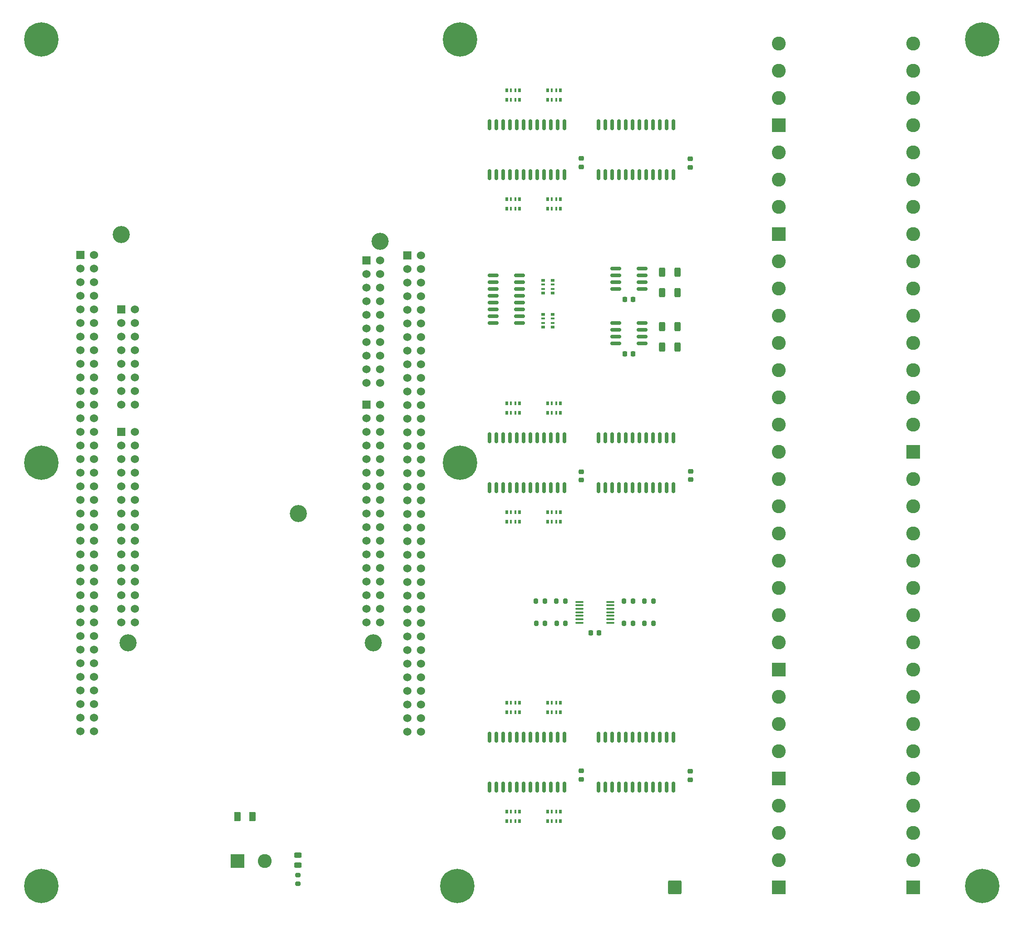
<source format=gbr>
%TF.GenerationSoftware,KiCad,Pcbnew,(5.99.0-10483-ga6ad7a4a70)*%
%TF.CreationDate,2021-07-25T01:23:19+03:00*%
%TF.ProjectId,stim,7374696d-2e6b-4696-9361-645f70636258,rev?*%
%TF.SameCoordinates,Original*%
%TF.FileFunction,Soldermask,Top*%
%TF.FilePolarity,Negative*%
%FSLAX46Y46*%
G04 Gerber Fmt 4.6, Leading zero omitted, Abs format (unit mm)*
G04 Created by KiCad (PCBNEW (5.99.0-10483-ga6ad7a4a70)) date 2021-07-25 01:23:19*
%MOMM*%
%LPD*%
G01*
G04 APERTURE LIST*
G04 Aperture macros list*
%AMRoundRect*
0 Rectangle with rounded corners*
0 $1 Rounding radius*
0 $2 $3 $4 $5 $6 $7 $8 $9 X,Y pos of 4 corners*
0 Add a 4 corners polygon primitive as box body*
4,1,4,$2,$3,$4,$5,$6,$7,$8,$9,$2,$3,0*
0 Add four circle primitives for the rounded corners*
1,1,$1+$1,$2,$3*
1,1,$1+$1,$4,$5*
1,1,$1+$1,$6,$7*
1,1,$1+$1,$8,$9*
0 Add four rect primitives between the rounded corners*
20,1,$1+$1,$2,$3,$4,$5,0*
20,1,$1+$1,$4,$5,$6,$7,0*
20,1,$1+$1,$6,$7,$8,$9,0*
20,1,$1+$1,$8,$9,$2,$3,0*%
G04 Aperture macros list end*
%ADD10C,0.800000*%
%ADD11C,6.400000*%
%ADD12R,2.600000X2.600000*%
%ADD13C,2.600000*%
%ADD14RoundRect,0.243750X0.456250X-0.243750X0.456250X0.243750X-0.456250X0.243750X-0.456250X-0.243750X0*%
%ADD15RoundRect,0.250000X0.312500X0.625000X-0.312500X0.625000X-0.312500X-0.625000X0.312500X-0.625000X0*%
%ADD16R,0.500000X0.800000*%
%ADD17R,0.400000X0.800000*%
%ADD18RoundRect,0.200000X-0.200000X-0.275000X0.200000X-0.275000X0.200000X0.275000X-0.200000X0.275000X0*%
%ADD19RoundRect,0.225000X0.225000X0.250000X-0.225000X0.250000X-0.225000X-0.250000X0.225000X-0.250000X0*%
%ADD20RoundRect,0.100000X-0.637500X-0.100000X0.637500X-0.100000X0.637500X0.100000X-0.637500X0.100000X0*%
%ADD21RoundRect,0.250000X0.375000X0.625000X-0.375000X0.625000X-0.375000X-0.625000X0.375000X-0.625000X0*%
%ADD22RoundRect,0.200000X0.200000X0.275000X-0.200000X0.275000X-0.200000X-0.275000X0.200000X-0.275000X0*%
%ADD23RoundRect,0.225000X-0.250000X0.225000X-0.250000X-0.225000X0.250000X-0.225000X0.250000X0.225000X0*%
%ADD24RoundRect,0.150000X-0.150000X0.875000X-0.150000X-0.875000X0.150000X-0.875000X0.150000X0.875000X0*%
%ADD25RoundRect,0.200000X0.275000X-0.200000X0.275000X0.200000X-0.275000X0.200000X-0.275000X-0.200000X0*%
%ADD26R,0.800000X0.500000*%
%ADD27R,0.800000X0.400000*%
%ADD28R,1.530000X1.530000*%
%ADD29C,1.530000*%
%ADD30C,3.200000*%
%ADD31RoundRect,0.150000X-0.825000X-0.150000X0.825000X-0.150000X0.825000X0.150000X-0.825000X0.150000X0*%
%ADD32RoundRect,0.249999X-1.025001X-1.025001X1.025001X-1.025001X1.025001X1.025001X-1.025001X1.025001X0*%
G04 APERTURE END LIST*
D10*
%TO.C,J12*%
X208000000Y-206100000D03*
X206302944Y-206802944D03*
X205600000Y-208500000D03*
X206302944Y-210197056D03*
D11*
X208000000Y-208500000D03*
D10*
X209697056Y-210197056D03*
X209697056Y-206802944D03*
X210400000Y-208500000D03*
X208000000Y-210900000D03*
%TD*%
D12*
%TO.C,J6*%
X267925000Y-188459999D03*
D13*
X267925000Y-183379999D03*
X267925000Y-178299999D03*
X267925000Y-173219999D03*
%TD*%
D14*
%TO.C,D1*%
X178300000Y-204637500D03*
X178300000Y-202762500D03*
%TD*%
D12*
%TO.C,J5*%
X167005000Y-203835000D03*
D13*
X172085000Y-203835000D03*
%TD*%
D15*
%TO.C,R1*%
X249112500Y-93940000D03*
X246187500Y-93940000D03*
%TD*%
D16*
%TO.C,RN12*%
X217240000Y-196440000D03*
D17*
X218040000Y-196440000D03*
X218840000Y-196440000D03*
D16*
X219640000Y-196440000D03*
X219640000Y-194640000D03*
D17*
X218840000Y-194640000D03*
X218040000Y-194640000D03*
D16*
X217240000Y-194640000D03*
%TD*%
D18*
%TO.C,R7*%
X222740000Y-159500000D03*
X224390000Y-159500000D03*
%TD*%
D19*
%TO.C,C8*%
X240805000Y-99020000D03*
X239255000Y-99020000D03*
%TD*%
D16*
%TO.C,RN9*%
X219640000Y-174320000D03*
D17*
X218840000Y-174320000D03*
X218040000Y-174320000D03*
D16*
X217240000Y-174320000D03*
X217240000Y-176120000D03*
D17*
X218040000Y-176120000D03*
X218840000Y-176120000D03*
D16*
X219640000Y-176120000D03*
%TD*%
D15*
%TO.C,R12*%
X249112500Y-107910000D03*
X246187500Y-107910000D03*
%TD*%
D20*
%TO.C,U1*%
X230817500Y-155490000D03*
X230817500Y-156140000D03*
X230817500Y-156790000D03*
X230817500Y-157440000D03*
X230817500Y-158090000D03*
X230817500Y-158740000D03*
X230817500Y-159390000D03*
X236542500Y-159390000D03*
X236542500Y-158740000D03*
X236542500Y-158090000D03*
X236542500Y-157440000D03*
X236542500Y-156790000D03*
X236542500Y-156140000D03*
X236542500Y-155490000D03*
%TD*%
D21*
%TO.C,F1*%
X169800000Y-195580000D03*
X167000000Y-195580000D03*
%TD*%
D22*
%TO.C,R11*%
X244560000Y-155400000D03*
X242910000Y-155400000D03*
%TD*%
D10*
%TO.C,J10*%
X206100000Y-129500000D03*
X210900000Y-129500000D03*
X210197056Y-131197056D03*
X208500000Y-131900000D03*
X206802944Y-131197056D03*
D11*
X208500000Y-129500000D03*
D10*
X206802944Y-127802944D03*
X210197056Y-127802944D03*
X208500000Y-127100000D03*
%TD*%
D12*
%TO.C,J7*%
X267925000Y-86860000D03*
D13*
X267925000Y-81780000D03*
X267925000Y-76700000D03*
X267925000Y-71620000D03*
%TD*%
D19*
%TO.C,C9*%
X240805000Y-109180000D03*
X239255000Y-109180000D03*
%TD*%
D12*
%TO.C,J8*%
X267925000Y-66540000D03*
D13*
X267925000Y-61460000D03*
X267925000Y-56380000D03*
X267925000Y-51300000D03*
%TD*%
D23*
%TO.C,C2*%
X251460000Y-72845000D03*
X251460000Y-74395000D03*
%TD*%
D12*
%TO.C,J3*%
X293020000Y-208780000D03*
D13*
X293020000Y-203700000D03*
X293020000Y-198620000D03*
X293020000Y-193540000D03*
X293020000Y-188460000D03*
X293020000Y-183380000D03*
X293020000Y-178300000D03*
X293020000Y-173220000D03*
X293020000Y-168140000D03*
X293020000Y-163060000D03*
X293020000Y-157980000D03*
X293020000Y-152900000D03*
X293020000Y-147820000D03*
X293020000Y-142740000D03*
X293020000Y-137660000D03*
X293020000Y-132580000D03*
%TD*%
D18*
%TO.C,R5*%
X222695000Y-155400000D03*
X224345000Y-155400000D03*
%TD*%
D10*
%TO.C,J16*%
X305914214Y-206100000D03*
D11*
X305914214Y-208500000D03*
D10*
X308314214Y-208500000D03*
X304217158Y-210197056D03*
X307611270Y-206802944D03*
X305914214Y-210900000D03*
X303514214Y-208500000D03*
X304217158Y-206802944D03*
X307611270Y-210197056D03*
%TD*%
D24*
%TO.C,U2*%
X248285000Y-66430000D03*
X247015000Y-66430000D03*
X245745000Y-66430000D03*
X244475000Y-66430000D03*
X243205000Y-66430000D03*
X241935000Y-66430000D03*
X240665000Y-66430000D03*
X239395000Y-66430000D03*
X238125000Y-66430000D03*
X236855000Y-66430000D03*
X235585000Y-66430000D03*
X234315000Y-66430000D03*
X234315000Y-75730000D03*
X235585000Y-75730000D03*
X236855000Y-75730000D03*
X238125000Y-75730000D03*
X239395000Y-75730000D03*
X240665000Y-75730000D03*
X241935000Y-75730000D03*
X243205000Y-75730000D03*
X244475000Y-75730000D03*
X245745000Y-75730000D03*
X247015000Y-75730000D03*
X248285000Y-75730000D03*
%TD*%
D16*
%TO.C,RN3*%
X227260000Y-80340000D03*
D17*
X226460000Y-80340000D03*
X225660000Y-80340000D03*
D16*
X224860000Y-80340000D03*
X224860000Y-82140000D03*
D17*
X225660000Y-82140000D03*
X226460000Y-82140000D03*
D16*
X227260000Y-82140000D03*
%TD*%
D24*
%TO.C,U4*%
X248285000Y-180730000D03*
X247015000Y-180730000D03*
X245745000Y-180730000D03*
X244475000Y-180730000D03*
X243205000Y-180730000D03*
X241935000Y-180730000D03*
X240665000Y-180730000D03*
X239395000Y-180730000D03*
X238125000Y-180730000D03*
X236855000Y-180730000D03*
X235585000Y-180730000D03*
X234315000Y-180730000D03*
X234315000Y-190030000D03*
X235585000Y-190030000D03*
X236855000Y-190030000D03*
X238125000Y-190030000D03*
X239395000Y-190030000D03*
X240665000Y-190030000D03*
X241935000Y-190030000D03*
X243205000Y-190030000D03*
X244475000Y-190030000D03*
X245745000Y-190030000D03*
X247015000Y-190030000D03*
X248285000Y-190030000D03*
%TD*%
D16*
%TO.C,RN10*%
X227260000Y-174320000D03*
D17*
X226460000Y-174320000D03*
X225660000Y-174320000D03*
D16*
X224860000Y-174320000D03*
X224860000Y-176120000D03*
D17*
X225660000Y-176120000D03*
X226460000Y-176120000D03*
D16*
X227260000Y-176120000D03*
%TD*%
D23*
%TO.C,C7*%
X231140000Y-187050000D03*
X231140000Y-188600000D03*
%TD*%
D10*
%TO.C,J11*%
X304217158Y-52197056D03*
X305914214Y-48100000D03*
X308314214Y-50500000D03*
D11*
X305914214Y-50500000D03*
D10*
X304217158Y-48802944D03*
X305914214Y-52900000D03*
X307611270Y-48802944D03*
X307611270Y-52197056D03*
X303514214Y-50500000D03*
%TD*%
D25*
%TO.C,R13*%
X178300000Y-208125000D03*
X178300000Y-206475000D03*
%TD*%
D26*
%TO.C,RN13*%
X225810000Y-97890000D03*
D27*
X225810000Y-97090000D03*
X225810000Y-96290000D03*
D26*
X225810000Y-95490000D03*
X224010000Y-95490000D03*
D27*
X224010000Y-96290000D03*
X224010000Y-97090000D03*
D26*
X224010000Y-97890000D03*
%TD*%
D28*
%TO.C,U11*%
X191090000Y-91816000D03*
D29*
X193630000Y-91816000D03*
X191090000Y-94356000D03*
X193630000Y-94356000D03*
X191090000Y-96896000D03*
X193630000Y-96896000D03*
X191090000Y-99436000D03*
X193630000Y-99436000D03*
X191090000Y-101976000D03*
X193630000Y-101976000D03*
X191090000Y-104516000D03*
X193630000Y-104516000D03*
X191090000Y-107056000D03*
X193630000Y-107056000D03*
X191090000Y-109596000D03*
X193630000Y-109596000D03*
X191090000Y-112136000D03*
X193630000Y-112136000D03*
X191090000Y-114676000D03*
X193630000Y-114676000D03*
D28*
X145370000Y-100960000D03*
D29*
X147910000Y-100960000D03*
X145370000Y-103500000D03*
X147910000Y-103500000D03*
X145370000Y-106040000D03*
X147910000Y-106040000D03*
X145370000Y-108580000D03*
X147910000Y-108580000D03*
X145370000Y-111120000D03*
X147910000Y-111120000D03*
X145370000Y-113660000D03*
X147910000Y-113660000D03*
X145370000Y-116200000D03*
X147910000Y-116200000D03*
X145370000Y-118740000D03*
X147910000Y-118740000D03*
D28*
X145370000Y-123820000D03*
D29*
X147910000Y-123820000D03*
X145370000Y-126360000D03*
X147910000Y-126360000D03*
X145370000Y-128900000D03*
X147910000Y-128900000D03*
X145370000Y-131440000D03*
X147910000Y-131440000D03*
X145370000Y-133980000D03*
X147910000Y-133980000D03*
X145370000Y-136520000D03*
X147910000Y-136520000D03*
X145370000Y-139060000D03*
X147910000Y-139060000D03*
X145370000Y-141600000D03*
X147910000Y-141600000D03*
X145370000Y-144140000D03*
X147910000Y-144140000D03*
X145370000Y-146680000D03*
X147910000Y-146680000D03*
X145370000Y-149220000D03*
X147910000Y-149220000D03*
X145370000Y-151760000D03*
X147910000Y-151760000D03*
X145370000Y-154300000D03*
X147910000Y-154300000D03*
X145370000Y-156840000D03*
X147910000Y-156840000D03*
X145370000Y-159380000D03*
X147910000Y-159380000D03*
D28*
X191090000Y-118740000D03*
D29*
X193630000Y-118740000D03*
X191090000Y-121280000D03*
X193630000Y-121280000D03*
X191090000Y-123820000D03*
X193630000Y-123820000D03*
X191090000Y-126360000D03*
X193630000Y-126360000D03*
X191090000Y-128900000D03*
X193630000Y-128900000D03*
X191090000Y-131440000D03*
X193630000Y-131440000D03*
X191090000Y-133980000D03*
X193630000Y-133980000D03*
X191090000Y-136520000D03*
X193630000Y-136520000D03*
X191090000Y-139060000D03*
X193630000Y-139060000D03*
X191090000Y-141600000D03*
X193630000Y-141600000D03*
X191090000Y-144140000D03*
X193630000Y-144140000D03*
X191090000Y-146680000D03*
X193630000Y-146680000D03*
X191090000Y-149220000D03*
X193630000Y-149220000D03*
X191090000Y-151760000D03*
X193630000Y-151760000D03*
X191090000Y-154300000D03*
X193630000Y-154300000D03*
X191090000Y-156840000D03*
X193630000Y-156840000D03*
X191090000Y-159380000D03*
X193630000Y-159380000D03*
D28*
X137750000Y-90800000D03*
D29*
X140290000Y-90800000D03*
X137750000Y-93340000D03*
X140290000Y-93340000D03*
X137750000Y-95880000D03*
X140290000Y-95880000D03*
X137750000Y-98420000D03*
X140290000Y-98420000D03*
X137750000Y-100960000D03*
X140290000Y-100960000D03*
X137750000Y-103500000D03*
X140290000Y-103500000D03*
X137750000Y-106040000D03*
X140290000Y-106040000D03*
X137750000Y-108580000D03*
X140290000Y-108580000D03*
X137750000Y-111120000D03*
X140290000Y-111120000D03*
X137750000Y-113660000D03*
X140290000Y-113660000D03*
X137750000Y-116200000D03*
X140290000Y-116200000D03*
X137750000Y-118740000D03*
X140290000Y-118740000D03*
X137750000Y-121280000D03*
X140290000Y-121280000D03*
X137750000Y-123820000D03*
X140290000Y-123820000D03*
X137750000Y-126360000D03*
X140290000Y-126360000D03*
X137750000Y-128900000D03*
X140290000Y-128900000D03*
X137750000Y-131440000D03*
X140290000Y-131440000D03*
X137750000Y-133980000D03*
X140290000Y-133980000D03*
X137750000Y-136520000D03*
X140290000Y-136520000D03*
X137750000Y-139060000D03*
X140290000Y-139060000D03*
X137750000Y-141600000D03*
X140290000Y-141600000D03*
X137750000Y-144140000D03*
X140290000Y-144140000D03*
X137750000Y-146680000D03*
X140290000Y-146680000D03*
X137750000Y-149220000D03*
X140290000Y-149220000D03*
X137750000Y-151760000D03*
X140290000Y-151760000D03*
X137750000Y-154300000D03*
X140290000Y-154300000D03*
X137750000Y-156840000D03*
X140290000Y-156840000D03*
X137750000Y-159380000D03*
X140290000Y-159380000D03*
X137750000Y-161920000D03*
X140290000Y-161920000D03*
X137750000Y-164460000D03*
X140290000Y-164460000D03*
X137750000Y-167000000D03*
X140290000Y-167000000D03*
X137750000Y-169540000D03*
X140290000Y-169540000D03*
X137750000Y-172080000D03*
X140290000Y-172080000D03*
X137750000Y-174620000D03*
X140290000Y-174620000D03*
X137750000Y-177160000D03*
X140290000Y-177160000D03*
X137750000Y-179700000D03*
X140290000Y-179700000D03*
D28*
X198710000Y-90820000D03*
D29*
X201250000Y-90820000D03*
X198710000Y-93360000D03*
X201250000Y-93360000D03*
X198710000Y-95900000D03*
X201250000Y-95900000D03*
X198710000Y-98440000D03*
X201250000Y-98440000D03*
X198710000Y-100980000D03*
X201250000Y-100980000D03*
X198710000Y-103520000D03*
X201250000Y-103520000D03*
X198710000Y-106060000D03*
X201250000Y-106060000D03*
X198710000Y-108600000D03*
X201250000Y-108600000D03*
X198710000Y-111140000D03*
X201250000Y-111140000D03*
X198710000Y-113680000D03*
X201250000Y-113680000D03*
X198710000Y-116220000D03*
X201250000Y-116220000D03*
X198710000Y-118760000D03*
X201250000Y-118760000D03*
X198710000Y-121300000D03*
X201250000Y-121300000D03*
X198710000Y-123840000D03*
X201250000Y-123840000D03*
X198710000Y-126380000D03*
X201250000Y-126380000D03*
X198710000Y-128920000D03*
X201250000Y-128920000D03*
X198710000Y-131460000D03*
X201250000Y-131460000D03*
X198710000Y-134000000D03*
X201250000Y-134000000D03*
X198710000Y-136540000D03*
X201250000Y-136540000D03*
X198710000Y-139080000D03*
X201250000Y-139080000D03*
X198710000Y-141620000D03*
X201250000Y-141620000D03*
X198710000Y-144160000D03*
X201250000Y-144160000D03*
X198710000Y-146700000D03*
X201250000Y-146700000D03*
X198710000Y-149240000D03*
X201250000Y-149240000D03*
X198710000Y-151780000D03*
X201250000Y-151780000D03*
X198710000Y-154320000D03*
X201250000Y-154320000D03*
X198710000Y-156860000D03*
X201250000Y-156860000D03*
X198710000Y-159400000D03*
X201250000Y-159400000D03*
X198710000Y-161940000D03*
X201250000Y-161940000D03*
X198710000Y-164480000D03*
X201250000Y-164480000D03*
X198710000Y-167020000D03*
X201250000Y-167020000D03*
X198710000Y-169560000D03*
X201250000Y-169560000D03*
X198710000Y-172100000D03*
X201250000Y-172100000D03*
X198710000Y-174640000D03*
X201250000Y-174640000D03*
X198710000Y-177180000D03*
X201250000Y-177180000D03*
X198710000Y-179720000D03*
X201250000Y-179720000D03*
D30*
X192360000Y-163190000D03*
X178390000Y-139060000D03*
X145370000Y-86990000D03*
X146640000Y-163190000D03*
X193630000Y-88260000D03*
%TD*%
D23*
%TO.C,C6*%
X231140000Y-131225000D03*
X231140000Y-132775000D03*
%TD*%
D19*
%TO.C,C1*%
X234455000Y-161250000D03*
X232905000Y-161250000D03*
%TD*%
D15*
%TO.C,R3*%
X249112500Y-104100000D03*
X246187500Y-104100000D03*
%TD*%
D12*
%TO.C,J1*%
X293020000Y-127500000D03*
D13*
X293020000Y-122420000D03*
X293020000Y-117340000D03*
X293020000Y-112260000D03*
X293020000Y-107180000D03*
X293020000Y-102100000D03*
X293020000Y-97020000D03*
X293020000Y-91940000D03*
X293020000Y-86860000D03*
X293020000Y-81780000D03*
X293020000Y-76700000D03*
X293020000Y-71620000D03*
X293020000Y-66540000D03*
X293020000Y-61460000D03*
X293020000Y-56380000D03*
X293020000Y-51300000D03*
%TD*%
D24*
%TO.C,U5*%
X227965000Y-66430000D03*
X226695000Y-66430000D03*
X225425000Y-66430000D03*
X224155000Y-66430000D03*
X222885000Y-66430000D03*
X221615000Y-66430000D03*
X220345000Y-66430000D03*
X219075000Y-66430000D03*
X217805000Y-66430000D03*
X216535000Y-66430000D03*
X215265000Y-66430000D03*
X213995000Y-66430000D03*
X213995000Y-75730000D03*
X215265000Y-75730000D03*
X216535000Y-75730000D03*
X217805000Y-75730000D03*
X219075000Y-75730000D03*
X220345000Y-75730000D03*
X221615000Y-75730000D03*
X222885000Y-75730000D03*
X224155000Y-75730000D03*
X225425000Y-75730000D03*
X226695000Y-75730000D03*
X227965000Y-75730000D03*
%TD*%
D15*
%TO.C,R2*%
X249112500Y-97750000D03*
X246187500Y-97750000D03*
%TD*%
D16*
%TO.C,RN6*%
X227260000Y-118440000D03*
D17*
X226460000Y-118440000D03*
X225660000Y-118440000D03*
D16*
X224860000Y-118440000D03*
X224860000Y-120240000D03*
D17*
X225660000Y-120240000D03*
X226460000Y-120240000D03*
D16*
X227260000Y-120240000D03*
%TD*%
%TO.C,RN11*%
X224860000Y-196440000D03*
D17*
X225660000Y-196440000D03*
X226460000Y-196440000D03*
D16*
X227260000Y-196440000D03*
X227260000Y-194640000D03*
D17*
X226460000Y-194640000D03*
X225660000Y-194640000D03*
D16*
X224860000Y-194640000D03*
%TD*%
D31*
%TO.C,U10*%
X214695000Y-94575000D03*
X214695000Y-95845000D03*
X214695000Y-97115000D03*
X214695000Y-98385000D03*
X214695000Y-99655000D03*
X214695000Y-100925000D03*
X214695000Y-102195000D03*
X214695000Y-103465000D03*
X219645000Y-103465000D03*
X219645000Y-102195000D03*
X219645000Y-100925000D03*
X219645000Y-99655000D03*
X219645000Y-98385000D03*
X219645000Y-97115000D03*
X219645000Y-95845000D03*
X219645000Y-94575000D03*
%TD*%
D12*
%TO.C,J2*%
X267925000Y-168140000D03*
D13*
X267925000Y-163060000D03*
X267925000Y-157980000D03*
X267925000Y-152900000D03*
X267925000Y-147820000D03*
X267925000Y-142740000D03*
X267925000Y-137660000D03*
X267925000Y-132580000D03*
X267925000Y-127500000D03*
X267925000Y-122420000D03*
X267925000Y-117340000D03*
X267925000Y-112260000D03*
X267925000Y-107180000D03*
X267925000Y-102100000D03*
X267925000Y-97020000D03*
X267925000Y-91940000D03*
%TD*%
D10*
%TO.C,J13*%
X128802944Y-48802944D03*
X128802944Y-52197056D03*
X132197056Y-52197056D03*
X130500000Y-48100000D03*
X128100000Y-50500000D03*
X130500000Y-52900000D03*
X132900000Y-50500000D03*
D11*
X130500000Y-50500000D03*
D10*
X132197056Y-48802944D03*
%TD*%
D22*
%TO.C,R8*%
X240750000Y-159500000D03*
X239100000Y-159500000D03*
%TD*%
D18*
%TO.C,R6*%
X226550000Y-159500000D03*
X228200000Y-159500000D03*
%TD*%
D31*
%TO.C,U8*%
X237555000Y-93305000D03*
X237555000Y-94575000D03*
X237555000Y-95845000D03*
X237555000Y-97115000D03*
X242505000Y-97115000D03*
X242505000Y-95845000D03*
X242505000Y-94575000D03*
X242505000Y-93305000D03*
%TD*%
D10*
%TO.C,J14*%
X208500000Y-52900000D03*
X208500000Y-48100000D03*
X206100000Y-50500000D03*
X210197056Y-52197056D03*
X210197056Y-48802944D03*
X206802944Y-48802944D03*
X210900000Y-50500000D03*
D11*
X208500000Y-50500000D03*
D10*
X206802944Y-52197056D03*
%TD*%
D16*
%TO.C,RN2*%
X224860000Y-61820000D03*
D17*
X225660000Y-61820000D03*
X226460000Y-61820000D03*
D16*
X227260000Y-61820000D03*
X227260000Y-60020000D03*
D17*
X226460000Y-60020000D03*
X225660000Y-60020000D03*
D16*
X224860000Y-60020000D03*
%TD*%
D18*
%TO.C,R4*%
X226505000Y-155400000D03*
X228155000Y-155400000D03*
%TD*%
D16*
%TO.C,RN8*%
X217240000Y-140560000D03*
D17*
X218040000Y-140560000D03*
X218840000Y-140560000D03*
D16*
X219640000Y-140560000D03*
X219640000Y-138760000D03*
D17*
X218840000Y-138760000D03*
X218040000Y-138760000D03*
D16*
X217240000Y-138760000D03*
%TD*%
D22*
%TO.C,R10*%
X240750000Y-155400000D03*
X239100000Y-155400000D03*
%TD*%
D24*
%TO.C,U6*%
X227965000Y-124850000D03*
X226695000Y-124850000D03*
X225425000Y-124850000D03*
X224155000Y-124850000D03*
X222885000Y-124850000D03*
X221615000Y-124850000D03*
X220345000Y-124850000D03*
X219075000Y-124850000D03*
X217805000Y-124850000D03*
X216535000Y-124850000D03*
X215265000Y-124850000D03*
X213995000Y-124850000D03*
X213995000Y-134150000D03*
X215265000Y-134150000D03*
X216535000Y-134150000D03*
X217805000Y-134150000D03*
X219075000Y-134150000D03*
X220345000Y-134150000D03*
X221615000Y-134150000D03*
X222885000Y-134150000D03*
X224155000Y-134150000D03*
X225425000Y-134150000D03*
X226695000Y-134150000D03*
X227965000Y-134150000D03*
%TD*%
D16*
%TO.C,RN7*%
X224860000Y-140560000D03*
D17*
X225660000Y-140560000D03*
X226460000Y-140560000D03*
D16*
X227260000Y-140560000D03*
X227260000Y-138760000D03*
D17*
X226460000Y-138760000D03*
X225660000Y-138760000D03*
D16*
X224860000Y-138760000D03*
%TD*%
D24*
%TO.C,U3*%
X248285000Y-124850000D03*
X247015000Y-124850000D03*
X245745000Y-124850000D03*
X244475000Y-124850000D03*
X243205000Y-124850000D03*
X241935000Y-124850000D03*
X240665000Y-124850000D03*
X239395000Y-124850000D03*
X238125000Y-124850000D03*
X236855000Y-124850000D03*
X235585000Y-124850000D03*
X234315000Y-124850000D03*
X234315000Y-134150000D03*
X235585000Y-134150000D03*
X236855000Y-134150000D03*
X238125000Y-134150000D03*
X239395000Y-134150000D03*
X240665000Y-134150000D03*
X241935000Y-134150000D03*
X243205000Y-134150000D03*
X244475000Y-134150000D03*
X245745000Y-134150000D03*
X247015000Y-134150000D03*
X248285000Y-134150000D03*
%TD*%
D16*
%TO.C,RN5*%
X219640000Y-118440000D03*
D17*
X218840000Y-118440000D03*
X218040000Y-118440000D03*
D16*
X217240000Y-118440000D03*
X217240000Y-120240000D03*
D17*
X218040000Y-120240000D03*
X218840000Y-120240000D03*
D16*
X219640000Y-120240000D03*
%TD*%
D32*
%TO.C,J4*%
X248580000Y-208780000D03*
%TD*%
D23*
%TO.C,C4*%
X251460000Y-187145000D03*
X251460000Y-188695000D03*
%TD*%
D16*
%TO.C,RN4*%
X219640000Y-80340000D03*
D17*
X218840000Y-80340000D03*
X218040000Y-80340000D03*
D16*
X217240000Y-80340000D03*
X217240000Y-82140000D03*
D17*
X218040000Y-82140000D03*
X218840000Y-82140000D03*
D16*
X219640000Y-82140000D03*
%TD*%
D24*
%TO.C,U7*%
X227965000Y-180730000D03*
X226695000Y-180730000D03*
X225425000Y-180730000D03*
X224155000Y-180730000D03*
X222885000Y-180730000D03*
X221615000Y-180730000D03*
X220345000Y-180730000D03*
X219075000Y-180730000D03*
X217805000Y-180730000D03*
X216535000Y-180730000D03*
X215265000Y-180730000D03*
X213995000Y-180730000D03*
X213995000Y-190030000D03*
X215265000Y-190030000D03*
X216535000Y-190030000D03*
X217805000Y-190030000D03*
X219075000Y-190030000D03*
X220345000Y-190030000D03*
X221615000Y-190030000D03*
X222885000Y-190030000D03*
X224155000Y-190030000D03*
X225425000Y-190030000D03*
X226695000Y-190030000D03*
X227965000Y-190030000D03*
%TD*%
D23*
%TO.C,C5*%
X231140000Y-72750000D03*
X231140000Y-74300000D03*
%TD*%
D10*
%TO.C,J17*%
X130500000Y-206100000D03*
X130500000Y-210900000D03*
X132900000Y-208500000D03*
D11*
X130500000Y-208500000D03*
D10*
X128100000Y-208500000D03*
X128802944Y-206802944D03*
X132197056Y-206802944D03*
X132197056Y-210197056D03*
X128802944Y-210197056D03*
%TD*%
D26*
%TO.C,RN14*%
X225810000Y-104240000D03*
D27*
X225810000Y-103440000D03*
X225810000Y-102640000D03*
D26*
X225810000Y-101840000D03*
X224010000Y-101840000D03*
D27*
X224010000Y-102640000D03*
X224010000Y-103440000D03*
D26*
X224010000Y-104240000D03*
%TD*%
D31*
%TO.C,U9*%
X237555000Y-103465000D03*
X237555000Y-104735000D03*
X237555000Y-106005000D03*
X237555000Y-107275000D03*
X242505000Y-107275000D03*
X242505000Y-106005000D03*
X242505000Y-104735000D03*
X242505000Y-103465000D03*
%TD*%
D10*
%TO.C,J15*%
X128802944Y-131197056D03*
X128802944Y-127802944D03*
D11*
X130500000Y-129500000D03*
D10*
X132197056Y-127802944D03*
X128100000Y-129500000D03*
X132197056Y-131197056D03*
X130500000Y-127100000D03*
X130500000Y-131900000D03*
X132900000Y-129500000D03*
%TD*%
D22*
%TO.C,R9*%
X244560000Y-159500000D03*
X242910000Y-159500000D03*
%TD*%
D23*
%TO.C,C3*%
X251500000Y-131125000D03*
X251500000Y-132675000D03*
%TD*%
D12*
%TO.C,J9*%
X267925000Y-208780000D03*
D13*
X267925000Y-203700000D03*
X267925000Y-198620000D03*
X267925000Y-193540000D03*
%TD*%
D16*
%TO.C,RN1*%
X217240000Y-61820000D03*
D17*
X218040000Y-61820000D03*
X218840000Y-61820000D03*
D16*
X219640000Y-61820000D03*
X219640000Y-60020000D03*
D17*
X218840000Y-60020000D03*
X218040000Y-60020000D03*
D16*
X217240000Y-60020000D03*
%TD*%
M02*

</source>
